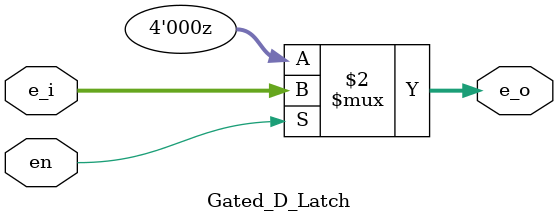
<source format=v>
module Gated_D_Latch(e_o, e_i, en);
  
  parameter size =4;
  output [(size-1):0]e_o;
  input [(size-1):0]e_i;
  input en;
  
  assign e_o = en? e_i:1'bZ;
  
endmodule
</source>
